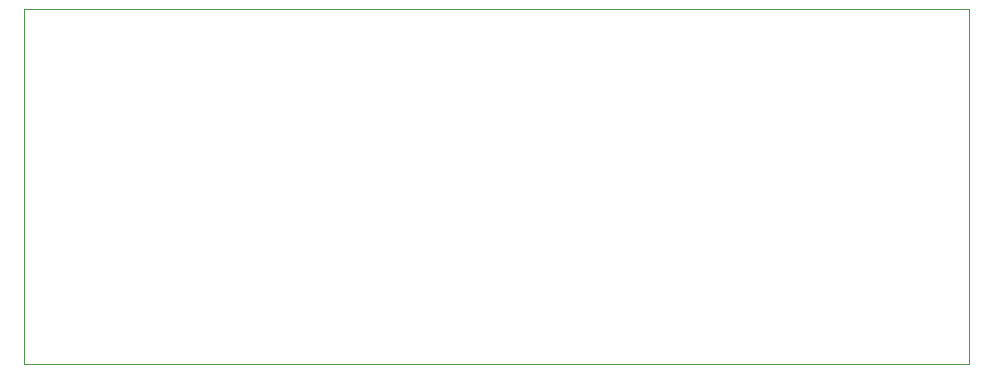
<source format=gbr>
%TF.GenerationSoftware,KiCad,Pcbnew,7.0.1-1.fc37*%
%TF.CreationDate,2023-03-22T20:46:39-05:00*%
%TF.ProjectId,midi_tx_board,6d696469-5f74-4785-9f62-6f6172642e6b,rev?*%
%TF.SameCoordinates,Original*%
%TF.FileFunction,Profile,NP*%
%FSLAX46Y46*%
G04 Gerber Fmt 4.6, Leading zero omitted, Abs format (unit mm)*
G04 Created by KiCad (PCBNEW 7.0.1-1.fc37) date 2023-03-22 20:46:39*
%MOMM*%
%LPD*%
G01*
G04 APERTURE LIST*
%TA.AperFunction,Profile*%
%ADD10C,0.100000*%
%TD*%
G04 APERTURE END LIST*
D10*
X122000000Y-19000000D02*
X202000000Y-19000000D01*
X202000000Y-49000000D01*
X122000000Y-49000000D01*
X122000000Y-19000000D01*
M02*

</source>
